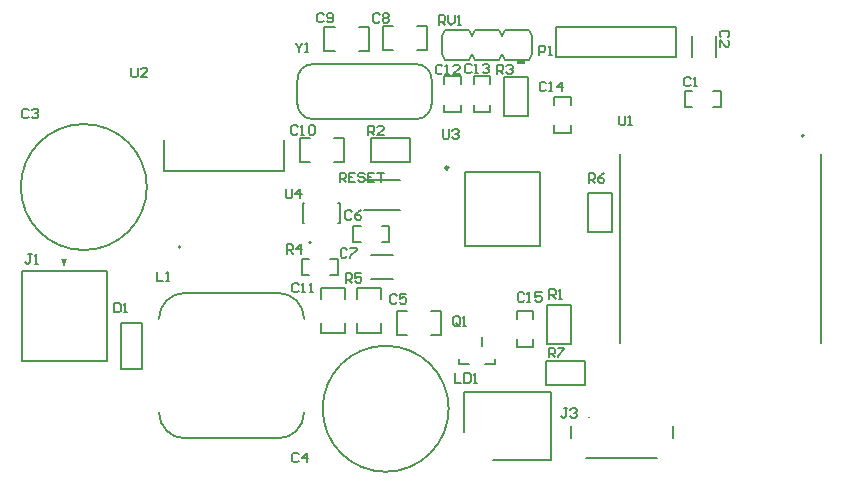
<source format=gto>
G04*
G04 #@! TF.GenerationSoftware,Altium Limited,Altium Designer,18.0.7 (293)*
G04*
G04 Layer_Color=65535*
%FSLAX25Y25*%
%MOIN*%
G70*
G01*
G75*
%ADD10C,0.00787*%
%ADD11C,0.00500*%
%ADD12C,0.00984*%
%ADD13C,0.00700*%
%ADD14C,0.00669*%
%ADD15R,0.03150X0.01181*%
%ADD16R,0.00787X0.03248*%
G36*
X15500Y73417D02*
X17500D01*
X16500Y70917D01*
X15500Y73417D01*
D02*
G37*
D10*
X263071Y114591D02*
G03*
X263071Y114591I-394J0D01*
G01*
X55315Y77559D02*
G03*
X55315Y77559I-394J0D01*
G01*
X98819Y79020D02*
G03*
X98819Y79020I-394J0D01*
G01*
X191305Y20736D02*
G03*
X191305Y20736I-128J0D01*
G01*
X177122Y31512D02*
X190122D01*
X177122D02*
Y39512D01*
X190122D01*
Y31512D02*
Y39512D01*
X190921Y82398D02*
Y95398D01*
X198921D01*
Y82398D02*
Y95398D01*
X190921Y82398D02*
X198921D01*
X142480Y141850D02*
Y147913D01*
X171496Y139882D02*
X172480Y141850D01*
X171496Y149882D02*
X172480Y147913D01*
X143465Y139882D02*
X151496D01*
Y149882D02*
X152480Y147913D01*
X162480D02*
X163465Y149882D01*
X151496Y139882D02*
X152480Y141850D01*
X143465Y149882D02*
X151496D01*
X172480Y141850D02*
Y147913D01*
X152480Y141850D02*
X153465Y139882D01*
X163465D02*
X171496D01*
X142480Y147913D02*
X143465Y149882D01*
X161496D02*
X162480Y147913D01*
X153465Y139882D02*
X161496D01*
X152480Y147913D02*
X153465Y149882D01*
X142480Y141850D02*
X143465Y139882D01*
X162480Y141850D02*
X163465Y139882D01*
X153465Y149882D02*
X161496D01*
X163465D02*
X171496D01*
X161496Y139882D02*
X162480Y141850D01*
X160039Y38386D02*
Y40354D01*
X156890Y38386D02*
X160039D01*
X148228D02*
Y40354D01*
Y38386D02*
X151378D01*
X220472Y140866D02*
Y150866D01*
X180472Y140866D02*
X220472D01*
X180472Y150866D02*
X220472D01*
X180472Y140866D02*
Y150866D01*
X159252Y6496D02*
X178740D01*
Y29134D01*
X149606D02*
X178740D01*
X149606Y15748D02*
Y29134D01*
X116535Y89961D02*
X128347D01*
X116535Y99803D02*
X128347D01*
X185417Y45272D02*
Y58272D01*
X177417Y45272D02*
X185417D01*
X177417D02*
Y58272D01*
X185417D01*
X150197Y77756D02*
Y102559D01*
Y77756D02*
X175000D01*
Y102559D01*
X150197D02*
X175000D01*
X219291Y13894D02*
Y17717D01*
X185433Y13894D02*
Y17717D01*
X190551Y7087D02*
X214173D01*
X131697Y105842D02*
Y113842D01*
X118697D02*
X131697D01*
X118697Y105842D02*
Y113842D01*
Y105842D02*
X131697D01*
X163008Y134216D02*
X171008D01*
X163008Y121216D02*
Y134216D01*
Y121216D02*
X171008D01*
Y134216D01*
X201390Y121318D02*
Y118694D01*
X201915Y118169D01*
X202964D01*
X203489Y118694D01*
Y121318D01*
X204538Y118169D02*
X205588D01*
X205063D01*
Y121318D01*
X204538Y120793D01*
X177953Y40748D02*
Y43897D01*
X179527D01*
X180052Y43372D01*
Y42322D01*
X179527Y41798D01*
X177953D01*
X179002D02*
X180052Y40748D01*
X181101Y43897D02*
X183200D01*
Y43372D01*
X181101Y41273D01*
Y40748D01*
X191317Y98906D02*
Y102055D01*
X192892D01*
X193416Y101530D01*
Y100481D01*
X192892Y99956D01*
X191317D01*
X192367D02*
X193416Y98906D01*
X196565Y102055D02*
X195515Y101530D01*
X194466Y100481D01*
Y99431D01*
X194991Y98906D01*
X196040D01*
X196565Y99431D01*
Y99956D01*
X196040Y100481D01*
X194466D01*
X169799Y61844D02*
X169274Y62368D01*
X168225D01*
X167700Y61844D01*
Y59744D01*
X168225Y59220D01*
X169274D01*
X169799Y59744D01*
X170849Y59220D02*
X171898D01*
X171373D01*
Y62368D01*
X170849Y61844D01*
X175572Y62368D02*
X173472D01*
Y60794D01*
X174522Y61319D01*
X175047D01*
X175572Y60794D01*
Y59744D01*
X175047Y59220D01*
X173997D01*
X173472Y59744D01*
X177020Y132073D02*
X176496Y132597D01*
X175446D01*
X174921Y132073D01*
Y129974D01*
X175446Y129449D01*
X176496D01*
X177020Y129974D01*
X178070Y129449D02*
X179119D01*
X178595D01*
Y132597D01*
X178070Y132073D01*
X182268Y129449D02*
Y132597D01*
X180694Y131023D01*
X182793D01*
X152257Y138096D02*
X151732Y138621D01*
X150682D01*
X150157Y138096D01*
Y135997D01*
X150682Y135472D01*
X151732D01*
X152257Y135997D01*
X153306Y135472D02*
X154356D01*
X153831D01*
Y138621D01*
X153306Y138096D01*
X155930D02*
X156455Y138621D01*
X157504D01*
X158029Y138096D01*
Y137572D01*
X157504Y137047D01*
X156979D01*
X157504D01*
X158029Y136522D01*
Y135997D01*
X157504Y135472D01*
X156455D01*
X155930Y135997D01*
X142493Y137703D02*
X141968Y138227D01*
X140919D01*
X140394Y137703D01*
Y135603D01*
X140919Y135079D01*
X141968D01*
X142493Y135603D01*
X143542Y135079D02*
X144592D01*
X144067D01*
Y138227D01*
X143542Y137703D01*
X148265Y135079D02*
X146166D01*
X148265Y137178D01*
Y137703D01*
X147740Y138227D01*
X146691D01*
X146166Y137703D01*
X93600Y145568D02*
Y145044D01*
X94649Y143994D01*
X95699Y145044D01*
Y145568D01*
X94649Y143994D02*
Y142420D01*
X96749D02*
X97798D01*
X97273D01*
Y145568D01*
X96749Y145044D01*
X142700Y116768D02*
Y114145D01*
X143225Y113620D01*
X144274D01*
X144799Y114145D01*
Y116768D01*
X145849Y116244D02*
X146373Y116768D01*
X147423D01*
X147948Y116244D01*
Y115719D01*
X147423Y115194D01*
X146898D01*
X147423D01*
X147948Y114669D01*
Y114145D01*
X147423Y113620D01*
X146373D01*
X145849Y114145D01*
X141339Y151575D02*
Y154723D01*
X142913D01*
X143438Y154199D01*
Y153149D01*
X142913Y152624D01*
X141339D01*
X142388D02*
X143438Y151575D01*
X144487Y154723D02*
Y152624D01*
X145537Y151575D01*
X146586Y152624D01*
Y154723D01*
X147636Y151575D02*
X148685D01*
X148161D01*
Y154723D01*
X147636Y154199D01*
X102965Y155025D02*
X102440Y155550D01*
X101391D01*
X100866Y155025D01*
Y152926D01*
X101391Y152402D01*
X102440D01*
X102965Y152926D01*
X104015D02*
X104540Y152402D01*
X105589D01*
X106114Y152926D01*
Y155025D01*
X105589Y155550D01*
X104540D01*
X104015Y155025D01*
Y154501D01*
X104540Y153976D01*
X106114D01*
X121587Y154986D02*
X121063Y155511D01*
X120013D01*
X119488Y154986D01*
Y152887D01*
X120013Y152362D01*
X121063D01*
X121587Y152887D01*
X122637Y154986D02*
X123162Y155511D01*
X124211D01*
X124736Y154986D01*
Y154461D01*
X124211Y153937D01*
X124736Y153412D01*
Y152887D01*
X124211Y152362D01*
X123162D01*
X122637Y152887D01*
Y153412D01*
X123162Y153937D01*
X122637Y154461D01*
Y154986D01*
X123162Y153937D02*
X124211D01*
X178150Y60315D02*
Y63463D01*
X179724D01*
X180249Y62939D01*
Y61889D01*
X179724Y61365D01*
X178150D01*
X179199D02*
X180249Y60315D01*
X181298D02*
X182348D01*
X181823D01*
Y63463D01*
X181298Y62939D01*
X108268Y99213D02*
Y102361D01*
X109842D01*
X110367Y101836D01*
Y100787D01*
X109842Y100262D01*
X108268D01*
X109317D02*
X110367Y99213D01*
X113515Y102361D02*
X111416D01*
Y99213D01*
X113515D01*
X111416Y100787D02*
X112466D01*
X116664Y101836D02*
X116139Y102361D01*
X115090D01*
X114565Y101836D01*
Y101312D01*
X115090Y100787D01*
X116139D01*
X116664Y100262D01*
Y99737D01*
X116139Y99213D01*
X115090D01*
X114565Y99737D01*
X119813Y102361D02*
X117713D01*
Y99213D01*
X119813D01*
X117713Y100787D02*
X118763D01*
X120862Y102361D02*
X122961D01*
X121912D01*
Y99213D01*
X146693Y35471D02*
Y32323D01*
X148792D01*
X149841Y35471D02*
Y32323D01*
X151416D01*
X151941Y32848D01*
Y34947D01*
X151416Y35471D01*
X149841D01*
X152990Y32323D02*
X154040D01*
X153515D01*
Y35471D01*
X152990Y34947D01*
X174764Y141457D02*
Y144605D01*
X176338D01*
X176863Y144080D01*
Y143031D01*
X176338Y142506D01*
X174764D01*
X177912Y141457D02*
X178962D01*
X178437D01*
Y144605D01*
X177912Y144080D01*
X148241Y51745D02*
Y53844D01*
X147716Y54369D01*
X146667D01*
X146142Y53844D01*
Y51745D01*
X146667Y51221D01*
X147716D01*
X147191Y52270D02*
X148241Y51221D01*
X147716D02*
X148241Y51745D01*
X149290Y51221D02*
X150340D01*
X149815D01*
Y54369D01*
X149290Y53844D01*
X90354Y96849D02*
Y94226D01*
X90879Y93701D01*
X91929D01*
X92453Y94226D01*
Y96849D01*
X95077Y93701D02*
Y96849D01*
X93503Y95275D01*
X95602D01*
X38882Y137267D02*
Y134643D01*
X39407Y134118D01*
X40456D01*
X40981Y134643D01*
Y137267D01*
X44129Y134118D02*
X42031D01*
X44129Y136217D01*
Y136742D01*
X43605Y137267D01*
X42555D01*
X42031Y136742D01*
X110276Y65551D02*
Y68700D01*
X111850D01*
X112375Y68175D01*
Y67125D01*
X111850Y66601D01*
X110276D01*
X111325D02*
X112375Y65551D01*
X115523Y68700D02*
X113424D01*
Y67125D01*
X114474Y67650D01*
X114998D01*
X115523Y67125D01*
Y66076D01*
X114998Y65551D01*
X113949D01*
X113424Y66076D01*
X90630Y75315D02*
Y78464D01*
X92204D01*
X92729Y77939D01*
Y76889D01*
X92204Y76364D01*
X90630D01*
X91679D02*
X92729Y75315D01*
X95353D02*
Y78464D01*
X93779Y76889D01*
X95878D01*
X160709Y135197D02*
Y138345D01*
X162283D01*
X162808Y137821D01*
Y136771D01*
X162283Y136246D01*
X160709D01*
X161758D02*
X162808Y135197D01*
X163857Y137821D02*
X164382Y138345D01*
X165431D01*
X165956Y137821D01*
Y137296D01*
X165431Y136771D01*
X164907D01*
X165431D01*
X165956Y136246D01*
Y135722D01*
X165431Y135197D01*
X164382D01*
X163857Y135722D01*
X117717Y114764D02*
Y117912D01*
X119291D01*
X119816Y117388D01*
Y116338D01*
X119291Y115813D01*
X117717D01*
X118766D02*
X119816Y114764D01*
X122964D02*
X120865D01*
X122964Y116863D01*
Y117388D01*
X122439Y117912D01*
X121390D01*
X120865Y117388D01*
X47300Y69268D02*
Y66120D01*
X49399D01*
X50449D02*
X51498D01*
X50973D01*
Y69268D01*
X50449Y68743D01*
X184146Y23818D02*
X183097D01*
X183622D01*
Y21194D01*
X183097Y20669D01*
X182572D01*
X182047Y21194D01*
X185196Y23293D02*
X185721Y23818D01*
X186770D01*
X187295Y23293D01*
Y22768D01*
X186770Y22244D01*
X186245D01*
X186770D01*
X187295Y21719D01*
Y21194D01*
X186770Y20669D01*
X185721D01*
X185196Y21194D01*
X5599Y75168D02*
X4549D01*
X5074D01*
Y72544D01*
X4549Y72020D01*
X4025D01*
X3500Y72544D01*
X6649Y72020D02*
X7698D01*
X7173D01*
Y75168D01*
X6649Y74643D01*
X33150Y58857D02*
Y55709D01*
X34724D01*
X35249Y56233D01*
Y58333D01*
X34724Y58857D01*
X33150D01*
X36298Y55709D02*
X37348D01*
X36823D01*
Y58857D01*
X36298Y58333D01*
X94619Y65025D02*
X94094Y65550D01*
X93045D01*
X92520Y65025D01*
Y62926D01*
X93045Y62402D01*
X94094D01*
X94619Y62926D01*
X95668Y62402D02*
X96718D01*
X96193D01*
Y65550D01*
X95668Y65025D01*
X98292Y62402D02*
X99342D01*
X98817D01*
Y65550D01*
X98292Y65025D01*
X94304Y117585D02*
X93779Y118109D01*
X92730D01*
X92205Y117585D01*
Y115485D01*
X92730Y114961D01*
X93779D01*
X94304Y115485D01*
X95353Y114961D02*
X96403D01*
X95878D01*
Y118109D01*
X95353Y117585D01*
X97977D02*
X98502Y118109D01*
X99551D01*
X100076Y117585D01*
Y115485D01*
X99551Y114961D01*
X98502D01*
X97977Y115485D01*
Y117585D01*
X110760Y76640D02*
X110236Y77164D01*
X109186D01*
X108661Y76640D01*
Y74541D01*
X109186Y74016D01*
X110236D01*
X110760Y74541D01*
X111810Y77164D02*
X113909D01*
Y76640D01*
X111810Y74541D01*
Y74016D01*
X112335Y89238D02*
X111811Y89763D01*
X110761D01*
X110236Y89238D01*
Y87139D01*
X110761Y86614D01*
X111811D01*
X112335Y87139D01*
X115484Y89763D02*
X114434Y89238D01*
X113385Y88188D01*
Y87139D01*
X113910Y86614D01*
X114959D01*
X115484Y87139D01*
Y87664D01*
X114959Y88188D01*
X113385D01*
X127296Y61246D02*
X126771Y61771D01*
X125722D01*
X125197Y61246D01*
Y59147D01*
X125722Y58622D01*
X126771D01*
X127296Y59147D01*
X130445Y61771D02*
X128345D01*
Y60196D01*
X129395Y60721D01*
X129920D01*
X130445Y60196D01*
Y59147D01*
X129920Y58622D01*
X128870D01*
X128345Y59147D01*
X94619Y8411D02*
X94094Y8936D01*
X93045D01*
X92520Y8411D01*
Y6312D01*
X93045Y5787D01*
X94094D01*
X94619Y6312D01*
X97243Y5787D02*
Y8936D01*
X95668Y7362D01*
X97767D01*
X4619Y123096D02*
X4094Y123621D01*
X3045D01*
X2520Y123096D01*
Y120997D01*
X3045Y120472D01*
X4094D01*
X4619Y120997D01*
X5668Y123096D02*
X6193Y123621D01*
X7243D01*
X7767Y123096D01*
Y122572D01*
X7243Y122047D01*
X6718D01*
X7243D01*
X7767Y121522D01*
Y120997D01*
X7243Y120472D01*
X6193D01*
X5668Y120997D01*
X237624Y147468D02*
X238149Y147993D01*
Y149042D01*
X237624Y149567D01*
X235525D01*
X235000Y149042D01*
Y147993D01*
X235525Y147468D01*
X235000Y144319D02*
Y146418D01*
X237099Y144319D01*
X237624D01*
X238149Y144844D01*
Y145894D01*
X237624Y146418D01*
X225249Y133687D02*
X224724Y134212D01*
X223674D01*
X223150Y133687D01*
Y131588D01*
X223674Y131063D01*
X224724D01*
X225249Y131588D01*
X226298Y131063D02*
X227348D01*
X226823D01*
Y134212D01*
X226298Y133687D01*
D11*
X44000Y97520D02*
G03*
X44000Y97520I-21000J0D01*
G01*
X144622Y23622D02*
G03*
X144622Y23622I-21000J0D01*
G01*
X99242Y138504D02*
G03*
X94232Y133317I89J-5099D01*
G01*
X138918D02*
G03*
X133908Y138504I-5099J89D01*
G01*
Y120157D02*
G03*
X138918Y125345I-89J5099D01*
G01*
X94232D02*
G03*
X99242Y120157I5099J-89D01*
G01*
X87795Y13780D02*
G03*
X96457Y22441I0J8661D01*
G01*
Y53543D02*
G03*
X87795Y62205I-8661J0D01*
G01*
X56693D02*
G03*
X48031Y53543I0J-8661D01*
G01*
Y22441D02*
G03*
X56693Y13780I8661J0D01*
G01*
X201654Y45394D02*
Y108386D01*
X268583Y45394D02*
Y108386D01*
X89882Y102941D02*
Y113347D01*
X49882Y102941D02*
X89882D01*
X49882D02*
Y113347D01*
X96063Y85394D02*
Y92087D01*
X108268Y85394D02*
Y92087D01*
X107874Y85394D02*
X108268D01*
X107874Y92087D02*
X108268D01*
X96063D02*
X96457D01*
X96063Y85394D02*
X96457D01*
X94232Y125354D02*
Y133307D01*
X99232Y138504D02*
X133917D01*
X138917Y125354D02*
Y133307D01*
X99232Y120158D02*
X133917D01*
X35433Y36811D02*
X42520D01*
X35433D02*
Y52165D01*
X42520D01*
Y36811D02*
Y52165D01*
X56693Y13780D02*
X87795D01*
X56693Y62205D02*
X87795D01*
D12*
X144488Y103937D02*
G03*
X144488Y103937I-492J0D01*
G01*
D13*
X179793Y125014D02*
Y127612D01*
X185240D01*
Y125014D02*
Y127612D01*
Y115616D02*
Y118214D01*
X179793Y115616D02*
X185240D01*
X179793D02*
Y118214D01*
X152943Y131786D02*
Y134384D01*
X158389D01*
Y131786D02*
Y134384D01*
Y122388D02*
Y124986D01*
X152943Y122388D02*
X158389D01*
X152943D02*
Y124986D01*
X143179Y131786D02*
Y134384D01*
X148626D01*
Y131786D02*
Y134384D01*
Y122388D02*
Y124986D01*
X143179Y122388D02*
X148626D01*
X143179D02*
Y124986D01*
X114630Y150850D02*
X118030Y150850D01*
Y146850D02*
Y150850D01*
Y142850D02*
Y146850D01*
X114630Y142850D02*
X118030D01*
X103230D02*
X106630D01*
X103230D02*
Y146850D01*
X103230Y150850D02*
X103230Y146850D01*
X103230Y150850D02*
X106630D01*
X122718Y143047D02*
X126118Y143047D01*
X122718Y143047D02*
Y147047D01*
Y151047D01*
X126118D01*
X134118D02*
X137518D01*
Y147047D02*
Y151047D01*
Y147047D02*
X137518Y143047D01*
X134118D02*
X137518D01*
X232691Y124203D02*
X235290D01*
Y129649D01*
X232691D02*
X235290D01*
X223293D02*
X225891D01*
X223293Y124203D02*
Y129649D01*
Y124203D02*
X225891D01*
X138646Y48362D02*
X142046D01*
X142046Y52362D02*
X142046Y48362D01*
X142046Y52362D02*
Y56362D01*
X138646D02*
X142046D01*
X127246D02*
X130646D01*
X127246Y52362D02*
Y56362D01*
Y48362D02*
Y52362D01*
Y48362D02*
X130646Y48362D01*
X112899Y79163D02*
X115498D01*
X112899D02*
Y84610D01*
X115498D01*
X122298D02*
X124896D01*
Y79163D02*
Y84610D01*
X122298Y79163D02*
X124896D01*
X94962Y105842D02*
X98362Y105842D01*
X94962Y105842D02*
Y109843D01*
Y113842D01*
X98362D01*
X106362D02*
X109762D01*
Y109843D02*
Y113842D01*
Y109843D02*
X109762Y105842D01*
X106362D02*
X109762D01*
X109906Y48899D02*
X109906Y52299D01*
X105905Y48899D02*
X109906D01*
X101906D02*
X105905D01*
X101906D02*
Y52299D01*
Y60299D02*
Y63699D01*
X105905D01*
X109906Y63699D01*
Y60299D02*
Y63699D01*
X2327Y39520D02*
Y54520D01*
Y39520D02*
X16500D01*
X2327Y69520D02*
X16500D01*
X2327Y54520D02*
Y69520D01*
X30673Y54520D02*
Y69520D01*
X16500D02*
X30673D01*
X16500Y39520D02*
X30673D01*
Y54520D01*
X95577Y68061D02*
X98175D01*
X95577D02*
Y73507D01*
X98175D01*
X104975D02*
X107573D01*
Y68061D02*
Y73507D01*
X104975Y68061D02*
X107573D01*
X114110Y60299D02*
X114110Y63699D01*
X118110D01*
X122110D01*
Y60299D02*
Y63699D01*
Y48899D02*
Y52299D01*
X118110Y48899D02*
X122110D01*
X114110Y48899D02*
X118110Y48899D01*
X114110Y48899D02*
Y52299D01*
X172727Y53518D02*
Y56116D01*
X167280D02*
X172727D01*
X167280Y53518D02*
Y56116D01*
Y44120D02*
Y46718D01*
Y44120D02*
X172727D01*
Y46718D01*
D14*
X225748Y140748D02*
Y147835D01*
X233622Y140748D02*
Y147835D01*
X118898Y74803D02*
X125984D01*
X118898Y66929D02*
X125984D01*
D15*
X168898Y139174D02*
D03*
D16*
X155709Y45915D02*
D03*
M02*

</source>
